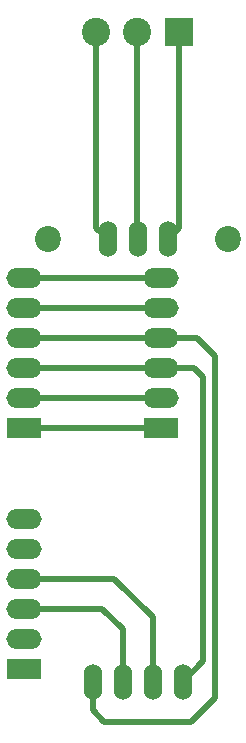
<source format=gbl>
G04 #@! TF.GenerationSoftware,KiCad,Pcbnew,5.99.0-unknown-9f841da98e~134~ubuntu20.04.1*
G04 #@! TF.CreationDate,2021-11-20T10:56:18+01:00*
G04 #@! TF.ProjectId,slave-modbus,736c6176-652d-46d6-9f64-6275732e6b69,rev?*
G04 #@! TF.SameCoordinates,PX3a22d00PY8062360*
G04 #@! TF.FileFunction,Copper,L2,Bot*
G04 #@! TF.FilePolarity,Positive*
%FSLAX46Y46*%
G04 Gerber Fmt 4.6, Leading zero omitted, Abs format (unit mm)*
G04 Created by KiCad (PCBNEW 5.99.0-unknown-9f841da98e~134~ubuntu20.04.1) date 2021-11-20 10:56:18*
%MOMM*%
%LPD*%
G01*
G04 APERTURE LIST*
G04 #@! TA.AperFunction,ComponentPad*
%ADD10R,2.400000X2.400000*%
G04 #@! TD*
G04 #@! TA.AperFunction,ComponentPad*
%ADD11C,2.400000*%
G04 #@! TD*
G04 #@! TA.AperFunction,ComponentPad*
%ADD12O,1.524000X3.048000*%
G04 #@! TD*
G04 #@! TA.AperFunction,ComponentPad*
%ADD13C,2.200000*%
G04 #@! TD*
G04 #@! TA.AperFunction,ComponentPad*
%ADD14R,3.000000X1.700000*%
G04 #@! TD*
G04 #@! TA.AperFunction,ComponentPad*
%ADD15O,3.000000X1.700000*%
G04 #@! TD*
G04 #@! TA.AperFunction,Conductor*
%ADD16C,0.500000*%
G04 #@! TD*
G04 APERTURE END LIST*
D10*
X85034000Y-68010000D03*
D11*
X81534000Y-68010000D03*
X78034000Y-68010000D03*
D12*
X77732000Y-123063000D03*
X80272000Y-123063000D03*
X82812000Y-123063000D03*
X85352000Y-123063000D03*
X84082000Y-85598000D03*
X81542000Y-85598000D03*
X79002000Y-85598000D03*
D13*
X73922000Y-85598000D03*
X89162000Y-85598000D03*
D14*
X71890000Y-101575000D03*
D15*
X71890000Y-99035000D03*
X71890000Y-96495000D03*
X71890000Y-93955000D03*
X71890000Y-91415000D03*
X71890000Y-88875000D03*
D14*
X71890000Y-121955000D03*
D15*
X71890000Y-119415000D03*
X71890000Y-116875000D03*
X71890000Y-114335000D03*
X71890000Y-111795000D03*
X71890000Y-109255000D03*
D14*
X83492000Y-101575000D03*
D15*
X83492000Y-99035000D03*
X83492000Y-96495000D03*
X83492000Y-93955000D03*
X83492000Y-91415000D03*
X83492000Y-88875000D03*
D16*
X71890000Y-91415000D02*
X83492000Y-91415000D01*
X86589000Y-93955000D02*
X83492000Y-93955000D01*
X88138000Y-124460000D02*
X88138000Y-95504000D01*
X88138000Y-95504000D02*
X86589000Y-93955000D01*
X77732000Y-125484000D02*
X78740000Y-126492000D01*
X71890000Y-93955000D02*
X83492000Y-93955000D01*
X86106000Y-126492000D02*
X88138000Y-124460000D01*
X77732000Y-123063000D02*
X77732000Y-125484000D01*
X78740000Y-126492000D02*
X86106000Y-126492000D01*
X71890000Y-96495000D02*
X83492000Y-96495000D01*
X85352000Y-123063000D02*
X87122000Y-121293000D01*
X87122000Y-97282000D02*
X86335000Y-96495000D01*
X86335000Y-96495000D02*
X83492000Y-96495000D01*
X87122000Y-121293000D02*
X87122000Y-97282000D01*
X71890000Y-101575000D02*
X83492000Y-101575000D01*
X71890000Y-99035000D02*
X83492000Y-99035000D01*
X82812000Y-117610000D02*
X82812000Y-123063000D01*
X79537000Y-114335000D02*
X82812000Y-117610000D01*
X71890000Y-114335000D02*
X79537000Y-114335000D01*
X71890000Y-116875000D02*
X78521000Y-116875000D01*
X80272000Y-118626000D02*
X80272000Y-123063000D01*
X78521000Y-116875000D02*
X80272000Y-118626000D01*
X78034000Y-84630000D02*
X79002000Y-85598000D01*
X78034000Y-68010000D02*
X78034000Y-84630000D01*
X81534000Y-85590000D02*
X81542000Y-85598000D01*
X81534000Y-68010000D02*
X81534000Y-85590000D01*
X85034000Y-84646000D02*
X84082000Y-85598000D01*
X85034000Y-68010000D02*
X85034000Y-84646000D01*
X71890000Y-88875000D02*
X83492000Y-88875000D01*
M02*

</source>
